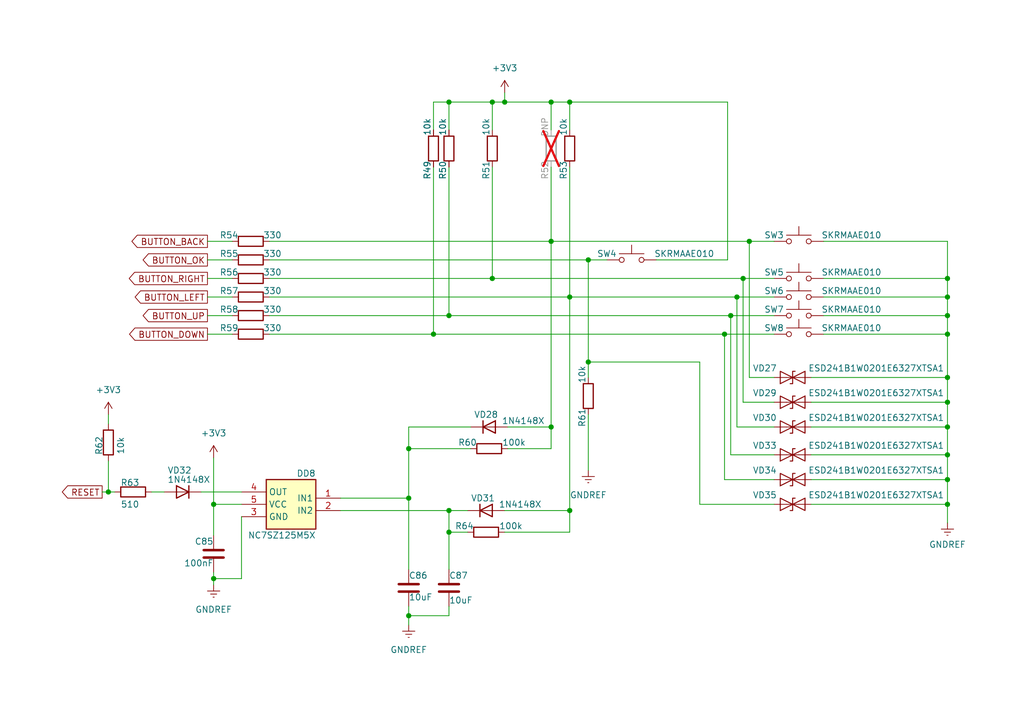
<source format=kicad_sch>
(kicad_sch (version 20230121) (generator eeschema)
  (paper "A5")
  (title_block (title "Flipper Device DIY") (rev "13.F7B9C6") (company "Originally from : Flipper Devices Inc.") (comment 1 "DIY Version 1.0"))
  (lib_symbols
    (symbol "74xGxx:NC7SZ125M5X"
      (property "Reference" "DD8" (at -1.27 6.35 0))
      (property "Value" "NC7SZ125M5X" (at 8.89 -6.35 0))
      (symbol "NC7SZ125M5X_0_1"
        (rectangle (start -5.08 -5.08) (end 5.08 5.08) (stroke (width 0.254)) (fill (type background)))
      )
      (symbol "NC7SZ125M5X_1_1"
        (pin input line (at 10.16 1.27 180) (length 5.08) (name "IN1") (number "1"))
        (pin input line (at 10.16 -1.27 180) (length 5.08) (name "IN2") (number "2"))
        (pin power_in line (at -10.16 -2.54 0) (length 5.08) (name "GND") (number "3"))
        (pin output line (at -10.16 2.54 0) (length 5.08) (name "OUT") (number "4"))
        (pin power_in line (at -10.16 0 0) (length 5.08) (name "VCC") (number "5"))
      )
    )
    (symbol "Device:C" (pin_numbers hide) (pin_names (offset 0.254))
      (property "Reference" "C" (at 0.635 2.54 0))
      (property "Value" "C" (at 0.635 -2.54 0))
      (symbol "C_0_1"
        (polyline (pts (xy -2.032 -0.762) (xy 2.032 -0.762)) (stroke (width 0.508)))
        (polyline (pts (xy -2.032 0.762) (xy 2.032 0.762)) (stroke (width 0.508)))
      )
      (symbol "C_1_1"
        (pin passive line (at 0 3.81 270) (length 2.794) (name "~") (number "1"))
        (pin passive line (at 0 -3.81 90) (length 2.794) (name "~") (number "2"))
      )
    )
    (symbol "Device:D" (pin_numbers hide) (pin_names (offset 1.016) hide)
      (property "Reference" "D" (at 0 2.54 0))
      (property "Value" "D" (at 0 -2.54 0))
      (symbol "D_0_1"
        (polyline (pts (xy -1.27 1.27) (xy -1.27 -1.27)) (stroke (width 0.254)))
        (polyline (pts (xy 1.27 0) (xy -1.27 0)))
        (polyline (pts (xy 1.27 1.27) (xy 1.27 -1.27) (xy -1.27 0) (xy 1.27 1.27)) (stroke (width 0.254)))
      )
      (symbol "D_1_1"
        (pin passive line (at -3.81 0 0) (length 2.54) (name "K") (number "1"))
        (pin passive line (at 3.81 0 180) (length 2.54) (name "A") (number "2"))
      )
    )
    (symbol "Device:R" (pin_numbers hide) (pin_names (offset 0))
      (property "Reference" "R" (at 2.032 0 90))
      (property "Value" "R" (at 0 0 90))
      (symbol "R_0_1"
        (rectangle (start -1.016 -2.54) (end 1.016 2.54) (stroke (width 0.254)))
      )
      (symbol "R_1_1"
        (pin passive line (at 0 3.81 270) (length 1.27) (name "~") (number "1"))
        (pin passive line (at 0 -3.81 90) (length 1.27) (name "~") (number "2"))
      )
    )
    (symbol "Diode:SZESD9B5.0ST5G" (pin_numbers hide) (pin_names (offset 1.016) hide)
      (property "Reference" "D" (at 0 2.54 0))
      (property "Value" "SZESD9B5.0ST5G" (at 0 -2.54 0))
      (symbol "SZESD9B5.0ST5G_0_1"
        (polyline (pts (xy 1.27 0) (xy -1.27 0)))
        (polyline (pts (xy -2.54 -1.27) (xy 0 0) (xy -2.54 1.27) (xy -2.54 -1.27)) (stroke (width 0.2032)))
        (polyline (pts (xy 0.508 1.27) (xy 0 1.27) (xy 0 -1.27) (xy -0.508 -1.27)) (stroke (width 0.2032)))
        (polyline (pts (xy 2.54 1.27) (xy 2.54 -1.27) (xy 0 0) (xy 2.54 1.27)) (stroke (width 0.2032)))
      )
      (symbol "SZESD9B5.0ST5G_1_1"
        (pin passive line (at -3.81 0 0) (length 2.54) (name "A1") (number "1"))
        (pin passive line (at 3.81 0 180) (length 2.54) (name "A2") (number "2"))
      )
    )
    (symbol "Switch:SW_Push" (pin_numbers hide) (pin_names (offset 1.016) hide)
      (property "Reference" "SW" (at 1.27 2.54 0))
      (property "Value" "SW_Push" (at 0 -1.524 0))
      (symbol "SW_Push_0_1"
        (circle (center -2.032 0) (radius 0.508))
        (polyline (pts (xy 0 1.27) (xy 0 3.048)))
        (polyline (pts (xy 2.54 1.27) (xy -2.54 1.27)))
        (circle (center 2.032 0) (radius 0.508))
        (pin passive line (at -5.08 0 0) (length 2.54) (name "1") (number "1"))
        (pin passive line (at 5.08 0 180) (length 2.54) (name "2") (number "2"))
      )
    )
    (symbol "power:+3V3" (power) (pin_names (offset 0))
      (property "Value" "+3V3" (at 0 3.556 0))
      (symbol "+3V3_0_1"
        (polyline (pts (xy -0.762 1.27) (xy 0 2.54)))
        (polyline (pts (xy 0 0) (xy 0 2.54)))
        (polyline (pts (xy 0 2.54) (xy 0.762 1.27)))
      )
      (symbol "+3V3_1_1"
        (pin power_in line (at 0 0 90) (length 0) hide (name "+3V3") (number "1"))
      )
    )
    (symbol "power:GNDREF" (power) (pin_names (offset 0))
      (property "Value" "GNDREF" (at 0 -3.81 0))
      (symbol "GNDREF_0_1"
        (polyline (pts (xy -0.635 -1.905) (xy 0.635 -1.905)))
        (polyline (pts (xy -0.127 -2.54) (xy 0.127 -2.54)))
        (polyline (pts (xy 0 -1.27) (xy 0 0)))
        (polyline (pts (xy 1.27 -1.27) (xy -1.27 -1.27)))
      )
      (symbol "GNDREF_1_1"
        (pin power_in line (at 0 0 270) (length 0) hide (name "GNDREF") (number "1"))
      )
    )
  )
  (junction (at 149.86 64.77))
  (junction (at 194.31 57.15))
  (junction (at 83.82 102.235))
  (junction (at 113.03 87.63))
  (junction (at 103.505 20.955))
  (junction (at 113.03 49.53))
  (junction (at 92.075 20.955))
  (junction (at 194.31 103.505))
  (junction (at 116.84 60.96))
  (junction (at 194.31 93.345))
  (junction (at 92.075 109.22))
  (junction (at 92.075 104.775))
  (junction (at 120.65 74.295))
  (junction (at 194.31 64.77))
  (junction (at 100.965 57.15))
  (junction (at 194.31 77.47))
  (junction (at 88.9 68.58))
  (junction (at 120.65 53.34))
  (junction (at 43.815 103.505))
  (junction (at 194.31 87.63))
  (junction (at 194.31 68.58))
  (junction (at 22.225 100.965))
  (junction (at 113.03 20.955))
  (junction (at 116.84 20.955))
  (junction (at 83.82 126.365))
  (junction (at 43.815 118.745))
  (junction (at 148.59 68.58))
  (junction (at 151.13 60.96))
  (junction (at 194.31 98.425))
  (junction (at 152.4 57.15))
  (junction (at 100.965 20.955))
  (junction (at 194.31 60.96))
  (junction (at 194.31 82.55))
  (junction (at 92.075 64.77))
  (junction (at 153.67 49.53))
  (junction (at 83.82 92.075))
  (junction (at 116.84 104.775))
  (wire (pts (xy 55.245 60.96) (xy 116.84 60.96)))
  (wire (pts (xy 83.82 87.63) (xy 83.82 92.075)))
  (wire (pts (xy 116.84 109.22) (xy 103.505 109.22)))
  (wire (pts (xy 43.815 117.475) (xy 43.815 118.745)))
  (wire (pts (xy 92.075 104.775) (xy 69.85 104.775)))
  (wire (pts (xy 166.37 87.63) (xy 194.31 87.63)))
  (wire (pts (xy 166.37 93.345) (xy 194.31 93.345)))
  (wire (pts (xy 42.545 57.15) (xy 47.625 57.15)))
  (wire (pts (xy 116.84 60.96) (xy 116.84 104.775)))
  (wire (pts (xy 104.14 92.075) (xy 113.03 92.075)))
  (wire (pts (xy 149.225 53.34) (xy 149.225 20.955)))
  (wire (pts (xy 55.245 57.15) (xy 100.965 57.15)))
  (wire (pts (xy 120.65 74.295) (xy 120.65 77.47)))
  (wire (pts (xy 113.03 49.53) (xy 153.67 49.53)))
  (wire (pts (xy 166.37 103.505) (xy 194.31 103.505)))
  (wire (pts (xy 92.075 109.22) (xy 92.075 116.84)))
  (wire (pts (xy 168.91 49.53) (xy 194.31 49.53)))
  (wire (pts (xy 22.225 100.965) (xy 23.495 100.965)))
  (wire (pts (xy 55.245 64.77) (xy 92.075 64.77)))
  (wire (pts (xy 83.82 87.63) (xy 96.52 87.63)))
  (wire (pts (xy 100.965 57.15) (xy 152.4 57.15)))
  (wire (pts (xy 92.075 34.29) (xy 92.075 64.77)))
  (wire (pts (xy 92.075 104.775) (xy 95.885 104.775)))
  (wire (pts (xy 116.84 20.955) (xy 149.225 20.955)))
  (wire (pts (xy 42.545 68.58) (xy 47.625 68.58)))
  (wire (pts (xy 92.075 64.77) (xy 149.86 64.77)))
  (wire (pts (xy 153.67 77.47) (xy 153.67 49.53)))
  (wire (pts (xy 113.03 87.63) (xy 113.03 92.075)))
  (wire (pts (xy 168.91 57.15) (xy 194.31 57.15)))
  (wire (pts (xy 88.9 26.67) (xy 88.9 20.955)))
  (wire (pts (xy 83.82 124.46) (xy 83.82 126.365)))
  (wire (pts (xy 116.84 34.29) (xy 116.84 60.96)))
  (wire (pts (xy 49.53 106.045) (xy 49.53 118.745)))
  (wire (pts (xy 143.51 74.295) (xy 120.65 74.295)))
  (wire (pts (xy 41.275 100.965) (xy 49.53 100.965)))
  (wire (pts (xy 149.86 64.77) (xy 158.75 64.77)))
  (wire (pts (xy 83.82 92.075) (xy 96.52 92.075)))
  (wire (pts (xy 83.82 92.075) (xy 83.82 102.235)))
  (wire (pts (xy 194.31 60.96) (xy 194.31 64.77)))
  (wire (pts (xy 168.91 68.58) (xy 194.31 68.58)))
  (wire (pts (xy 100.965 20.955) (xy 103.505 20.955)))
  (wire (pts (xy 42.545 53.34) (xy 47.625 53.34)))
  (wire (pts (xy 194.31 49.53) (xy 194.31 57.15)))
  (wire (pts (xy 116.84 60.96) (xy 151.13 60.96)))
  (wire (pts (xy 103.505 20.955) (xy 103.505 19.05)))
  (wire (pts (xy 152.4 57.15) (xy 158.75 57.15)))
  (wire (pts (xy 149.86 64.77) (xy 149.86 93.345)))
  (wire (pts (xy 158.75 93.345) (xy 149.86 93.345)))
  (wire (pts (xy 88.9 68.58) (xy 148.59 68.58)))
  (wire (pts (xy 152.4 82.55) (xy 152.4 57.15)))
  (wire (pts (xy 49.53 118.745) (xy 43.815 118.745)))
  (wire (pts (xy 194.31 98.425) (xy 194.31 103.505)))
  (wire (pts (xy 151.13 60.96) (xy 151.13 87.63)))
  (wire (pts (xy 22.225 85.09) (xy 22.225 86.995)))
  (wire (pts (xy 22.225 94.615) (xy 22.225 100.965)))
  (wire (pts (xy 92.075 26.67) (xy 92.075 20.955)))
  (wire (pts (xy 113.03 20.955) (xy 116.84 20.955)))
  (wire (pts (xy 120.65 85.09) (xy 120.65 96.52)))
  (wire (pts (xy 151.13 60.96) (xy 158.75 60.96)))
  (wire (pts (xy 42.545 60.96) (xy 47.625 60.96)))
  (wire (pts (xy 113.03 20.955) (xy 113.03 26.67)))
  (wire (pts (xy 31.115 100.965) (xy 33.655 100.965)))
  (wire (pts (xy 158.75 98.425) (xy 148.59 98.425)))
  (wire (pts (xy 92.075 126.365) (xy 92.075 124.46)))
  (wire (pts (xy 168.91 60.96) (xy 194.31 60.96)))
  (wire (pts (xy 148.59 68.58) (xy 158.75 68.58)))
  (wire (pts (xy 194.31 82.55) (xy 194.31 87.63)))
  (wire (pts (xy 153.67 49.53) (xy 158.75 49.53)))
  (wire (pts (xy 194.31 103.505) (xy 194.31 107.315)))
  (wire (pts (xy 104.14 87.63) (xy 113.03 87.63)))
  (wire (pts (xy 113.03 20.955) (xy 103.505 20.955)))
  (wire (pts (xy 83.82 102.235) (xy 83.82 116.84)))
  (wire (pts (xy 113.03 49.53) (xy 113.03 87.63)))
  (wire (pts (xy 88.9 34.29) (xy 88.9 68.58)))
  (wire (pts (xy 88.9 20.955) (xy 92.075 20.955)))
  (wire (pts (xy 55.245 49.53) (xy 113.03 49.53)))
  (wire (pts (xy 168.91 64.77) (xy 194.31 64.77)))
  (wire (pts (xy 55.245 53.34) (xy 120.65 53.34)))
  (wire (pts (xy 43.815 103.505) (xy 43.815 93.98)))
  (wire (pts (xy 194.31 93.345) (xy 194.31 98.425)))
  (wire (pts (xy 143.51 103.505) (xy 143.51 74.295)))
  (wire (pts (xy 194.31 87.63) (xy 194.31 93.345)))
  (wire (pts (xy 116.84 26.67) (xy 116.84 20.955)))
  (wire (pts (xy 42.545 64.77) (xy 47.625 64.77)))
  (wire (pts (xy 55.245 68.58) (xy 88.9 68.58)))
  (wire (pts (xy 158.75 87.63) (xy 151.13 87.63)))
  (wire (pts (xy 100.965 34.29) (xy 100.965 57.15)))
  (wire (pts (xy 92.075 104.775) (xy 92.075 109.22)))
  (wire (pts (xy 103.505 104.775) (xy 116.84 104.775)))
  (wire (pts (xy 92.075 20.955) (xy 100.965 20.955)))
  (wire (pts (xy 194.31 77.47) (xy 194.31 82.55)))
  (wire (pts (xy 120.65 53.34) (xy 124.46 53.34)))
  (wire (pts (xy 166.37 77.47) (xy 194.31 77.47)))
  (wire (pts (xy 120.65 74.295) (xy 120.65 53.34)))
  (wire (pts (xy 158.75 103.505) (xy 143.51 103.505)))
  (wire (pts (xy 194.31 68.58) (xy 194.31 77.47)))
  (wire (pts (xy 166.37 82.55) (xy 194.31 82.55)))
  (wire (pts (xy 134.62 53.34) (xy 149.225 53.34)))
  (wire (pts (xy 194.31 57.15) (xy 194.31 60.96)))
  (wire (pts (xy 158.75 77.47) (xy 153.67 77.47)))
  (wire (pts (xy 42.545 49.53) (xy 47.625 49.53)))
  (wire (pts (xy 113.03 34.29) (xy 113.03 49.53)))
  (wire (pts (xy 83.82 126.365) (xy 92.075 126.365)))
  (wire (pts (xy 20.955 100.965) (xy 22.225 100.965)))
  (wire (pts (xy 194.31 64.77) (xy 194.31 68.58)))
  (wire (pts (xy 166.37 98.425) (xy 194.31 98.425)))
  (wire (pts (xy 43.815 103.505) (xy 43.815 109.855)))
  (wire (pts (xy 83.82 126.365) (xy 83.82 128.27)))
  (wire (pts (xy 148.59 98.425) (xy 148.59 68.58)))
  (wire (pts (xy 100.965 20.955) (xy 100.965 26.67)))
  (wire (pts (xy 43.815 103.505) (xy 49.53 103.505)))
  (wire (pts (xy 43.815 118.745) (xy 43.815 120.015)))
  (wire (pts (xy 116.84 104.775) (xy 116.84 109.22)))
  (wire (pts (xy 83.82 102.235) (xy 69.85 102.235)))
  (wire (pts (xy 95.885 109.22) (xy 92.075 109.22)))
  (wire (pts (xy 158.75 82.55) (xy 152.4 82.55)))
  (global_label "BUTTON_BACK" (shape output) (at 42.545 49.53 180) (property "Intersheetrefs" "${INTERSHEET_REFS}" (effects hide)))
  (global_label "BUTTON_UP" (shape output) (at 42.545 64.77 180) (property "Intersheetrefs" "${INTERSHEET_REFS}" (effects hide)))
  (global_label "RESET" (shape output) (at 20.955 100.965 180) (property "Intersheetrefs" "${INTERSHEET_REFS}" (effects hide)))
  (global_label "BUTTON_DOWN" (shape output) (at 42.545 68.58 180) (property "Intersheetrefs" "${INTERSHEET_REFS}" (effects hide)))
  (global_label "BUTTON_OK" (shape output) (at 42.545 53.34 180) (property "Intersheetrefs" "${INTERSHEET_REFS}" (effects hide)))
  (global_label "BUTTON_LEFT" (shape output) (at 42.545 60.96 180) (property "Intersheetrefs" "${INTERSHEET_REFS}" (effects hide)))
  (global_label "BUTTON_RIGHT" (shape output) (at 42.545 57.15 180) (property "Intersheetrefs" "${INTERSHEET_REFS}" (effects hide)))
  (symbol (lib_id "Device:R") (at 88.9 30.48 180) (unit 1)
    (property "Reference" "R49" (at 87.63 34.925 90))
    (property "Value" "10k" (at 87.63 26.035 90))
    (property "Footprint" "Resistor_SMD:R_0402_1005Metric" (effects hide))
  )
  (symbol (lib_id "Device:R") (at 51.435 68.58 90) (unit 1)
    (property "Reference" "R59" (at 46.99 67.31 90))
    (property "Value" "330" (at 55.88 67.31 90))
    (property "Footprint" "Resistor_SMD:R_0402_1005Metric" (effects hide))
  )
  (symbol (lib_id "Switch:SW_Push") (at 163.83 68.58 0) (unit 1)
    (property "Reference" "SW8" (at 158.75 67.31 0))
    (property "Value" "SKRMAAE010" (at 174.625 67.31 0))
    (property "Footprint" "footprints:SKRMAAE010_AAL" (effects hide))
  )
  (symbol (lib_id "Device:R") (at 51.435 49.53 90) (unit 1)
    (property "Reference" "R54" (at 46.99 48.26 90))
    (property "Value" "330" (at 55.88 48.26 90))
    (property "Footprint" "Resistor_SMD:R_0402_1005Metric" (effects hide))
  )
  (symbol (lib_id "Device:C") (at 43.815 113.665 0) (mirror y) (unit 1)
    (property "Reference" "C85" (at 43.815 111.125 0) (effects (justify left)))
    (property "Value" "100nF" (at 43.815 115.57 0) (effects (justify left)))
    (property "Footprint" "Capacitor_SMD:C_0402_1005Metric" (effects hide))
  )
  (symbol (lib_id "Device:R") (at 100.965 30.48 180) (unit 1)
    (property "Reference" "R51" (at 99.695 34.925 90))
    (property "Value" "10k" (at 99.695 26.035 90))
    (property "Footprint" "Resistor_SMD:R_0402_1005Metric" (effects hide))
  )
  (symbol (lib_id "Switch:SW_Push") (at 129.54 53.34 0) (unit 1)
    (property "Reference" "SW4" (at 124.46 52.07 0))
    (property "Value" "SKRMAAE010" (at 140.335 52.07 0))
    (property "Footprint" "footprints:SKRMAAE010_AAL" (effects hide))
  )
  (symbol (lib_id "Device:R") (at 120.65 81.28 180) (unit 1)
    (property "Reference" "R61" (at 119.38 85.725 90))
    (property "Value" "10k" (at 119.38 76.835 90))
    (property "Footprint" "Resistor_SMD:R_0402_1005Metric" (effects hide))
  )
  (symbol (lib_id "Device:C") (at 83.82 120.65 0) (unit 1)
    (property "Reference" "C86" (at 83.82 118.11 0) (effects (justify left)))
    (property "Value" "10uF" (at 83.82 122.555 0) (effects (justify left)))
    (property "Footprint" "Capacitor_SMD:C_0402_1005Metric" (effects hide))
  )
  (symbol (lib_id "Device:D") (at 100.33 87.63 0) (unit 1)
    (property "Reference" "VD28" (at 99.695 85.09 0))
    (property "Value" "1N4148X" (at 107.315 86.36 0))
    (property "Footprint" "Diode_SMD:D_SOD-523" (effects hide))
    (property "Sim.Device" "D" (effects hide))
    (property "Sim.Pins" "1=K 2=A" (effects hide))
  )
  (symbol (lib_id "power:+3V3") (at 103.505 19.05 0) (unit 1)
    (property "Reference" "#PWR0113" (effects hide))
    (property "Value" "+3V3" (at 103.505 13.97 0))
  )
  (symbol (lib_id "Switch:SW_Push") (at 163.83 57.15 0) (unit 1)
    (property "Reference" "SW5" (at 158.75 55.88 0))
    (property "Value" "SKRMAAE010" (at 174.625 55.88 0))
    (property "Footprint" "footprints:SKRMAAE010_AAL" (effects hide))
  )
  (symbol (lib_id "Diode:SZESD9B5.0ST5G") (at 162.56 82.55 0) (unit 1)
    (property "Reference" "VD29" (at 156.845 80.645 0))
    (property "Value" "ESD241B1W0201E6327XTSA1" (at 179.705 80.645 0))
    (property "Footprint" "Diode_SMD:D_0201_0603Metric" (effects hide))
    (property "Datasheet" "https://www.onsemi.com/pub/Collateral/ESD9B-D.PDF" (effects hide))
  )
  (symbol (lib_id "Device:R") (at 22.225 90.805 0) (mirror x) (unit 1)
    (property "Reference" "R62" (at 20.32 91.44 90))
    (property "Value" "10k" (at 24.765 91.44 90))
    (property "Footprint" "Resistor_SMD:R_0402_1005Metric" (effects hide))
  )
  (symbol (lib_id "Diode:SZESD9B5.0ST5G") (at 162.56 103.505 0) (unit 1)
    (property "Reference" "VD35" (at 156.845 101.6 0))
    (property "Value" "ESD241B1W0201E6327XTSA1" (at 179.705 101.6 0))
    (property "Footprint" "Diode_SMD:D_0201_0603Metric" (effects hide))
    (property "Datasheet" "https://www.onsemi.com/pub/Collateral/ESD9B-D.PDF" (effects hide))
  )
  (symbol (lib_id "Device:R") (at 51.435 57.15 90) (unit 1)
    (property "Reference" "R56" (at 46.99 55.88 90))
    (property "Value" "330" (at 55.88 55.88 90))
    (property "Footprint" "Resistor_SMD:R_0402_1005Metric" (effects hide))
  )
  (symbol (lib_id "Switch:SW_Push") (at 163.83 64.77 0) (unit 1)
    (property "Reference" "SW7" (at 158.75 63.5 0))
    (property "Value" "SKRMAAE010" (at 174.625 63.5 0))
    (property "Footprint" "footprints:SKRMAAE010_AAL" (effects hide))
  )
  (symbol (lib_id "Device:R") (at 116.84 30.48 180) (unit 1)
    (property "Reference" "R53" (at 115.57 34.925 90))
    (property "Value" "10k" (at 115.57 26.035 90))
    (property "Footprint" "Resistor_SMD:R_0402_1005Metric" (effects hide))
  )
  (symbol (lib_id "Diode:SZESD9B5.0ST5G") (at 162.56 77.47 0) (unit 1)
    (property "Reference" "VD27" (at 156.845 75.565 0))
    (property "Value" "ESD241B1W0201E6327XTSA1" (at 179.705 75.565 0))
    (property "Footprint" "Diode_SMD:D_0201_0603Metric" (effects hide))
    (property "Datasheet" "https://www.onsemi.com/pub/Collateral/ESD9B-D.PDF" (effects hide))
  )
  (symbol (lib_id "power:+3V3") (at 43.815 93.98 0) (unit 1)
    (property "Reference" "#PWR0117" (effects hide))
    (property "Value" "+3V3" (at 43.815 88.9 0))
  )
  (symbol (lib_id "power:GNDREF") (at 120.65 96.52 0) (unit 1)
    (property "Reference" "#PWR0115" (effects hide))
    (property "Value" "GNDREF" (at 120.65 101.6 0))
  )
  (symbol (lib_id "Switch:SW_Push") (at 163.83 49.53 0) (unit 1)
    (property "Reference" "SW3" (at 158.75 48.26 0))
    (property "Value" "SKRMAAE010" (at 174.625 48.26 0))
    (property "Footprint" "footprints:SKRMAAE010_AAL" (effects hide))
  )
  (symbol (lib_id "Device:R") (at 99.695 109.22 90) (unit 1)
    (property "Reference" "R64" (at 95.25 107.95 90))
    (property "Value" "100k" (at 104.775 107.95 90))
    (property "Footprint" "Resistor_SMD:R_0402_1005Metric" (effects hide))
  )
  (symbol (lib_id "Diode:SZESD9B5.0ST5G") (at 162.56 93.345 0) (unit 1)
    (property "Reference" "VD33" (at 156.845 91.44 0))
    (property "Value" "ESD241B1W0201E6327XTSA1" (at 179.705 91.44 0))
    (property "Footprint" "Diode_SMD:D_0201_0603Metric" (effects hide))
    (property "Datasheet" "https://www.onsemi.com/pub/Collateral/ESD9B-D.PDF" (effects hide))
  )
  (symbol (lib_id "power:GNDREF") (at 194.31 107.315 0) (unit 1)
    (property "Reference" "#PWR0114" (effects hide))
    (property "Value" "GNDREF" (at 194.31 111.76 0))
  )
  (symbol (lib_id "Device:R") (at 51.435 64.77 90) (unit 1)
    (property "Reference" "R58" (at 46.99 63.5 90))
    (property "Value" "330" (at 55.88 63.5 90))
    (property "Footprint" "Resistor_SMD:R_0402_1005Metric" (effects hide))
  )
  (symbol (lib_id "Switch:SW_Push") (at 163.83 60.96 0) (unit 1)
    (property "Reference" "SW6" (at 158.75 59.69 0))
    (property "Value" "SKRMAAE010" (at 174.625 59.69 0))
    (property "Footprint" "footprints:SKRMAAE010_AAL" (effects hide))
  )
  (symbol (lib_id "Device:R") (at 51.435 60.96 90) (unit 1)
    (property "Reference" "R57" (at 46.99 59.69 90))
    (property "Value" "330" (at 55.88 59.69 90))
    (property "Footprint" "Resistor_SMD:R_0402_1005Metric" (effects hide))
  )
  (symbol (lib_id "Device:D") (at 99.695 104.775 0) (unit 1)
    (property "Reference" "VD31" (at 99.06 102.235 0))
    (property "Value" "1N4148X" (at 106.68 103.505 0))
    (property "Footprint" "Diode_SMD:D_SOD-523" (effects hide))
    (property "Sim.Device" "D" (effects hide))
    (property "Sim.Pins" "1=K 2=A" (effects hide))
  )
  (symbol (lib_id "Device:C") (at 92.075 120.65 0) (unit 1)
    (property "Reference" "C87" (at 92.075 118.11 0) (effects (justify left)))
    (property "Value" "10uF" (at 92.075 123.19 0) (effects (justify left)))
    (property "Footprint" "Capacitor_SMD:C_0402_1005Metric" (effects hide))
  )
  (symbol (lib_id "power:GNDREF") (at 43.815 120.015 0) (unit 1)
    (property "Reference" "#PWR0118" (effects hide))
    (property "Value" "GNDREF" (at 43.815 125.095 0))
  )
  (symbol (lib_id "Device:R") (at 92.075 30.48 180) (unit 1)
    (property "Reference" "R50" (at 90.805 34.925 90))
    (property "Value" "10k" (at 90.805 26.035 90))
    (property "Footprint" "Resistor_SMD:R_0402_1005Metric" (effects hide))
  )
  (symbol (lib_id "power:GNDREF") (at 83.82 128.27 0) (unit 1)
    (property "Reference" "#PWR0116" (effects hide))
    (property "Value" "GNDREF" (at 83.82 133.35 0))
  )
  (symbol (lib_id "Device:R") (at 27.305 100.965 90) (mirror x) (unit 1)
    (property "Reference" "R63" (at 26.67 99.06 90))
    (property "Value" "510" (at 26.67 103.505 90))
    (property "Footprint" "Resistor_SMD:R_0402_1005Metric" (effects hide))
  )
  (symbol (lib_id "Device:R") (at 113.03 30.48 180) (unit 1) (dnp yes)
    (property "Reference" "R52" (at 111.76 34.925 90))
    (property "Value" "DNP" (at 111.76 26.035 90))
    (property "Footprint" "Resistor_SMD:R_0402_1005Metric" (effects hide))
  )
  (symbol (lib_id "power:+3V3") (at 22.225 85.09 0) (unit 1)
    (property "Reference" "#PWR0119" (effects hide))
    (property "Value" "+3V3" (at 22.225 80.01 0))
  )
  (symbol (lib_id "Device:R") (at 100.33 92.075 90) (unit 1)
    (property "Reference" "R60" (at 95.885 90.805 90))
    (property "Value" "100k" (at 105.41 90.805 90))
    (property "Footprint" "Resistor_SMD:R_0402_1005Metric" (effects hide))
  )
  (symbol (lib_id "Device:R") (at 51.435 53.34 90) (unit 1)
    (property "Reference" "R55" (at 46.99 52.07 90))
    (property "Value" "330" (at 55.88 52.07 90))
    (property "Footprint" "Resistor_SMD:R_0402_1005Metric" (effects hide))
  )
  (symbol (lib_id "Device:D") (at 37.465 100.965 0) (mirror y) (unit 1)
    (property "Reference" "VD32" (at 36.83 96.52 0))
    (property "Value" "1N4148X" (at 38.735 98.425 0))
    (property "Footprint" "Diode_SMD:D_SOD-523" (effects hide))
    (property "Sim.Device" "D" (effects hide))
    (property "Sim.Pins" "1=K 2=A" (effects hide))
  )
  (symbol (lib_id "Diode:SZESD9B5.0ST5G") (at 162.56 98.425 0) (unit 1)
    (property "Reference" "VD34" (at 156.845 96.52 0))
    (property "Value" "ESD241B1W0201E6327XTSA1" (at 179.705 96.52 0))
    (property "Footprint" "Diode_SMD:D_0201_0603Metric" (effects hide))
    (property "Datasheet" "https://www.onsemi.com/pub/Collateral/ESD9B-D.PDF" (effects hide))
  )
  (symbol (lib_id "Diode:SZESD9B5.0ST5G") (at 162.56 87.63 0) (unit 1)
    (property "Reference" "VD30" (at 156.845 85.725 0))
    (property "Value" "ESD241B1W0201E6327XTSA1" (at 179.705 85.725 0))
    (property "Footprint" "Diode_SMD:D_0201_0603Metric" (effects hide))
    (property "Datasheet" "https://www.onsemi.com/pub/Collateral/ESD9B-D.PDF" (effects hide))
  )
  (symbol (lib_id "74xGxx:NC7SZ125M5X") (at 59.69 103.505 0) (unit 1)
    (property "Reference" "DD8" (at 64.77 97.155 0) (effects (justify right)))
    (property "Value" "NC7SZ125M5X" (at 64.77 109.855 0) (effects (justify right)))
    (property "Footprint" "Package_TO_SOT_SMD:SOT-23-5" (effects hide))
    (property "Datasheet" "https://www.onsemi.com/pdf/datasheet/nc7sz125-d.pdf" (effects hide))
  )
)
</source>
